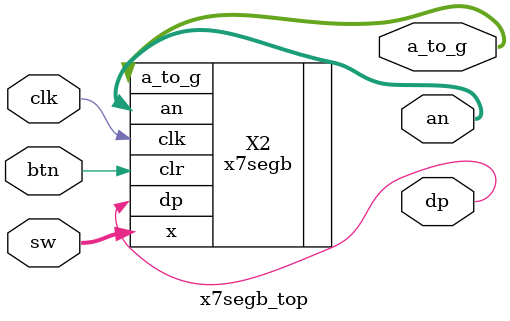
<source format=v>
module x7segb_top(
  input wire clk,
  input wire btn,
  input wire [15:0] sw,
  output wire [6:0] a_to_g,
  output wire [3:0] an,
  output wire dp
);
  x7segb X2(.x(sw),
            .clk(clk),
			.clr(btn),
			.a_to_g(a_to_g),
			.an(an),
			.dp(dp)
  );
endmodule
</source>
